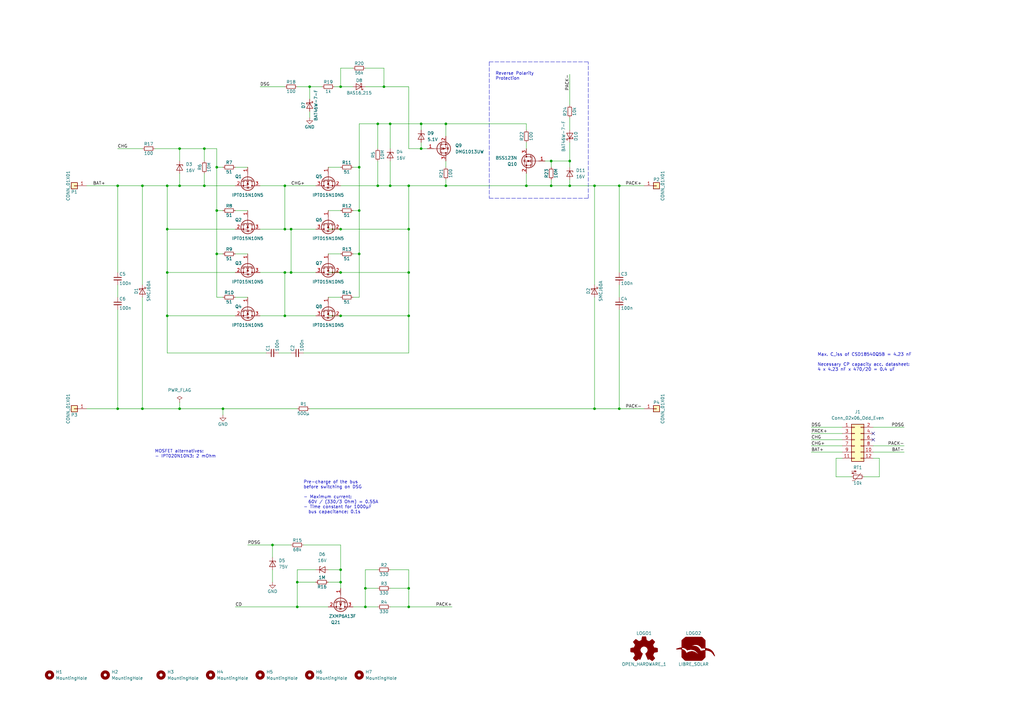
<source format=kicad_sch>
(kicad_sch (version 20211123) (generator eeschema)
  (paper "A3")
  (title_block (rev "0.2"))
  (lib_symbols
    (symbol "Connector_Generic:Conn_01x01" (pin_names (offset 1.016) hide)
      (property "Reference" "J" (at 0 2.54 0))
      (property "Value" "Conn_01x01" (at 0 -2.54 0))
      (symbol "Conn_01x01_1_1"
        (pin passive line (at -5.08 0 0) (length 3.81) (name "Pin_1") (number "1"))
      )
    )
    (symbol "Connector_Generic:Conn_02x06_Odd_Even" (pin_names (offset 1.016) hide)
      (property "Reference" "J" (at 1.27 7.62 0))
      (property "Value" "Conn_02x06_Odd_Even" (at 1.27 -10.16 0))
      (symbol "Conn_02x06_Odd_Even_1_1"
        (pin passive line (at -5.08 5.08 0) (length 3.81) (name "Pin_1") (number "1"))
        (pin passive line (at 7.62 -5.08 180) (length 3.81) (name "Pin_10") (number "10"))
        (pin passive line (at -5.08 -7.62 0) (length 3.81) (name "Pin_11") (number "11"))
        (pin passive line (at 7.62 -7.62 180) (length 3.81) (name "Pin_12") (number "12"))
        (pin passive line (at 7.62 5.08 180) (length 3.81) (name "Pin_2") (number "2"))
        (pin passive line (at -5.08 2.54 0) (length 3.81) (name "Pin_3") (number "3"))
        (pin passive line (at 7.62 2.54 180) (length 3.81) (name "Pin_4") (number "4"))
        (pin passive line (at -5.08 0 0) (length 3.81) (name "Pin_5") (number "5"))
        (pin passive line (at 7.62 0 180) (length 3.81) (name "Pin_6") (number "6"))
        (pin passive line (at -5.08 -2.54 0) (length 3.81) (name "Pin_7") (number "7"))
        (pin passive line (at 7.62 -2.54 180) (length 3.81) (name "Pin_8") (number "8"))
        (pin passive line (at -5.08 -5.08 0) (length 3.81) (name "Pin_9") (number "9"))
      )
    )
    (symbol "Device:Q_NMOS_GSD" (pin_names (offset 0) hide)
      (property "Reference" "Q" (at 5.08 1.27 0))
      (property "Value" "Q_NMOS_GSD" (at 5.08 -1.27 0))
      (symbol "Q_NMOS_GSD_1_1"
        (pin input line (at -5.08 0 0) (length 2.54) (name "G") (number "1"))
        (pin passive line (at 2.54 -5.08 90) (length 2.54) (name "S") (number "2"))
        (pin passive line (at 2.54 5.08 270) (length 2.54) (name "D") (number "3"))
      )
    )
    (symbol "Device:Q_PMOS_GSD" (pin_names (offset 0) hide)
      (property "Reference" "Q" (at 5.08 1.27 0))
      (property "Value" "Q_PMOS_GSD" (at 5.08 -1.27 0))
      (symbol "Q_PMOS_GSD_1_1"
        (pin input line (at -5.08 0 0) (length 2.54) (name "G") (number "1"))
        (pin passive line (at 2.54 -5.08 90) (length 2.54) (name "S") (number "2"))
        (pin passive line (at 2.54 5.08 270) (length 2.54) (name "D") (number "3"))
      )
    )
    (symbol "LibreSolar:C" (pin_numbers hide) (pin_names (offset 0.254) hide)
      (property "Reference" "C" (at 0.635 1.905 0))
      (property "Value" "C" (at 0.635 -1.905 0))
      (symbol "C_1_1"
        (pin passive line (at 0 2.54 270) (length 1.905) (name "~") (number "1"))
        (pin passive line (at 0 -2.54 90) (length 2.032) (name "~") (number "2"))
      )
    )
    (symbol "LibreSolar:D_Schottky" (pin_numbers hide) (pin_names (offset 0.254) hide)
      (property "Reference" "D" (at 0 2.54 0))
      (property "Value" "D_Schottky" (at 0 -2.54 0))
      (symbol "D_Schottky_1_1"
        (pin passive line (at -2.54 0 0) (length 1.27) (name "K") (number "1"))
        (pin passive line (at 2.54 0 180) (length 1.27) (name "A") (number "2"))
      )
    )
    (symbol "LibreSolar:D_Zener" (pin_numbers hide) (pin_names (offset 1.016) hide)
      (property "Reference" "D" (at 0 2.54 0))
      (property "Value" "D_Zener" (at 0 -2.54 0))
      (symbol "D_Zener_1_1"
        (pin passive line (at -2.54 0 0) (length 1.27) (name "K") (number "1"))
        (pin passive line (at 2.54 0 180) (length 1.27) (name "A") (number "2"))
      )
    )
    (symbol "LibreSolar:Logo_Libre_Solar" (pin_numbers hide) (pin_names (offset 1.016) hide)
      (property "Reference" "LOGO" (at 0 6.985 0))
      (property "Value" "Logo_Libre_Solar" (at 0 -5.715 0))
    )
    (symbol "LibreSolar:Logo_Open_Hardware_Small" (pin_names (offset 1.016)))
    (symbol "LibreSolar:R" (pin_numbers hide) (pin_names (offset 0.254) hide)
      (property "Reference" "R" (at -1.905 0 90))
      (property "Value" "R" (at 1.905 0 90))
      (symbol "R_1_1"
        (pin passive line (at 0 2.54 270) (length 0.762) (name "~") (number "1"))
        (pin passive line (at 0 -2.54 90) (length 0.762) (name "~") (number "2"))
      )
    )
    (symbol "LibreSolar:R_NTC" (pin_numbers hide) (pin_names (offset 0))
      (property "Reference" "RT" (at -3.81 0 90))
      (property "Value" "R_NTC" (at 2.54 0 90))
      (symbol "R_NTC_1_1"
        (pin passive line (at 0 2.54 270) (length 0.762) (name "~") (number "1"))
        (pin passive line (at 0 -2.54 90) (length 0.762) (name "~") (number "2"))
      )
    )
    (symbol "Mechanical:MountingHole" (pin_names (offset 1.016))
      (property "Reference" "H" (at 0 5.08 0))
      (property "Value" "MountingHole" (at 0 3.175 0))
    )
    (symbol "power:GND" (power) (pin_names (offset 0))
      (property "Value" "GND" (at 0 -3.81 0))
      (symbol "GND_1_1"
        (pin power_in line (at 0 0 270) (length 0) hide (name "GND") (number "1"))
      )
    )
    (symbol "power:PWR_FLAG" (power) (pin_numbers hide) (pin_names (offset 0) hide)
      (property "Value" "PWR_FLAG" (at 0 3.81 0))
      (symbol "PWR_FLAG_0_0"
        (pin power_out line (at 0 0 90) (length 0) (name "pwr") (number "1"))
      )
    )
  )
  (junction (at 182.88 76.2))
  (junction (at 147.32 68.58))
  (junction (at 116.84 76.2))
  (junction (at 167.64 129.54))
  (junction (at 88.9 104.14))
  (junction (at 73.66 60.96))
  (junction (at 182.88 50.8))
  (junction (at 139.7 93.98))
  (junction (at 119.38 93.98))
  (junction (at 154.94 50.8))
  (junction (at 73.66 167.64))
  (junction (at 83.82 60.96))
  (junction (at 139.7 233.68))
  (junction (at 73.66 76.2))
  (junction (at 167.64 248.92))
  (junction (at 157.48 35.56))
  (junction (at 226.06 66.04))
  (junction (at 233.68 76.2))
  (junction (at 172.72 60.96))
  (junction (at 48.26 76.2))
  (junction (at 91.44 167.64) (diameter 0.9144))
  (junction (at 215.9 76.2))
  (junction (at 116.84 129.54))
  (junction (at 58.42 167.64))
  (junction (at 243.84 76.2))
  (junction (at 116.84 111.76))
  (junction (at 111.76 223.52))
  (junction (at 48.26 167.64))
  (junction (at 233.68 66.04))
  (junction (at 147.32 86.36))
  (junction (at 243.84 167.64))
  (junction (at 254 76.2))
  (junction (at 68.58 76.2) (diameter 0.9144))
  (junction (at 139.7 111.76))
  (junction (at 167.64 93.98) (diameter 0.9144))
  (junction (at 226.06 76.2))
  (junction (at 154.94 76.2))
  (junction (at 167.64 111.76))
  (junction (at 83.82 76.2))
  (junction (at 160.02 50.8))
  (junction (at 88.9 86.36))
  (junction (at 119.38 111.76))
  (junction (at 139.7 238.76))
  (junction (at 139.7 129.54))
  (junction (at 116.84 93.98))
  (junction (at 68.58 93.98) (diameter 0.9144))
  (junction (at 172.72 50.8))
  (junction (at 160.02 76.2))
  (junction (at 149.86 248.92))
  (junction (at 139.7 35.56))
  (junction (at 68.58 111.76))
  (junction (at 254 167.64))
  (junction (at 149.86 241.3))
  (junction (at 121.92 248.92))
  (junction (at 121.92 238.76))
  (junction (at 167.64 241.3))
  (junction (at 167.64 76.2) (diameter 0.9144))
  (junction (at 127 35.56))
  (junction (at 58.42 76.2))
  (junction (at 68.58 129.54))
  (junction (at 147.32 104.14))
  (junction (at 88.9 68.58))
  (no_connect (at 358.14 180.34))
  (no_connect (at 358.14 177.8))
  (wire (pts (xy 182.88 50.8) (xy 182.88 55.88)))
  (wire (pts (xy 154.94 50.8) (xy 160.02 50.8)))
  (wire (pts (xy 73.66 60.96) (xy 83.82 60.96)))
  (wire (pts (xy 160.02 233.68) (xy 167.64 233.68)))
  (wire (pts (xy 149.86 27.94) (xy 157.48 27.94)))
  (wire (pts (xy 167.64 76.2) (xy 167.64 93.98)))
  (wire (pts (xy 167.64 248.92) (xy 185.42 248.92)))
  (wire (pts (xy 243.84 76.2) (xy 243.84 116.84)))
  (wire (pts (xy 332.74 180.34) (xy 345.44 180.34)))
  (wire (pts (xy 215.9 58.42) (xy 215.9 60.96)))
  (wire (pts (xy 111.76 223.52) (xy 119.38 223.52)))
  (wire (pts (xy 88.9 121.92) (xy 91.44 121.92)))
  (wire (pts (xy 119.38 93.98) (xy 129.54 93.98)))
  (wire (pts (xy 332.74 175.26) (xy 345.44 175.26)))
  (wire (pts (xy 68.58 93.98) (xy 68.58 111.76)))
  (wire (pts (xy 149.86 233.68) (xy 154.94 233.68)))
  (wire (pts (xy 83.82 76.2) (xy 96.52 76.2)))
  (wire (pts (xy 147.32 50.8) (xy 154.94 50.8)))
  (wire (pts (xy 139.7 27.94) (xy 139.7 35.56)))
  (wire (pts (xy 35.56 76.2) (xy 48.26 76.2)))
  (wire (pts (xy 182.88 50.8) (xy 215.9 50.8)))
  (wire (pts (xy 116.84 76.2) (xy 129.54 76.2)))
  (wire (pts (xy 358.14 185.42) (xy 370.84 185.42)))
  (wire (pts (xy 73.66 76.2) (xy 83.82 76.2)))
  (wire (pts (xy 358.14 187.96) (xy 360.68 187.96)))
  (wire (pts (xy 88.9 86.36) (xy 88.9 104.14)))
  (wire (pts (xy 358.14 182.88) (xy 370.84 182.88)))
  (wire (pts (xy 167.64 93.98) (xy 167.64 111.76)))
  (wire (pts (xy 73.66 60.96) (xy 73.66 66.04)))
  (wire (pts (xy 48.26 60.96) (xy 58.42 60.96)))
  (wire (pts (xy 109.22 144.78) (xy 68.58 144.78)))
  (wire (pts (xy 101.6 223.52) (xy 111.76 223.52)))
  (wire (pts (xy 88.9 68.58) (xy 91.44 68.58)))
  (wire (pts (xy 139.7 233.68) (xy 139.7 238.76)))
  (wire (pts (xy 58.42 76.2) (xy 58.42 116.84)))
  (wire (pts (xy 147.32 104.14) (xy 147.32 121.92)))
  (wire (pts (xy 134.62 129.54) (xy 139.7 129.54)))
  (wire (pts (xy 167.64 111.76) (xy 167.64 129.54)))
  (wire (pts (xy 167.64 129.54) (xy 167.64 144.78)))
  (wire (pts (xy 160.02 50.8) (xy 160.02 60.96)))
  (wire (pts (xy 154.94 66.04) (xy 154.94 76.2)))
  (wire (pts (xy 96.52 86.36) (xy 101.6 86.36)))
  (wire (pts (xy 233.68 73.66) (xy 233.68 76.2)))
  (wire (pts (xy 116.84 111.76) (xy 116.84 129.54)))
  (wire (pts (xy 127 35.56) (xy 132.08 35.56)))
  (wire (pts (xy 68.58 111.76) (xy 68.58 129.54)))
  (wire (pts (xy 139.7 111.76) (xy 167.64 111.76)))
  (wire (pts (xy 116.84 76.2) (xy 116.84 93.98)))
  (wire (pts (xy 226.06 73.66) (xy 226.06 76.2)))
  (wire (pts (xy 332.74 182.88) (xy 345.44 182.88)))
  (wire (pts (xy 332.74 185.42) (xy 345.44 185.42)))
  (wire (pts (xy 167.64 76.2) (xy 182.88 76.2)))
  (wire (pts (xy 149.86 35.56) (xy 157.48 35.56)))
  (wire (pts (xy 68.58 93.98) (xy 96.52 93.98)))
  (wire (pts (xy 119.38 111.76) (xy 129.54 111.76)))
  (wire (pts (xy 144.78 27.94) (xy 139.7 27.94)))
  (wire (pts (xy 139.7 223.52) (xy 124.46 223.52)))
  (wire (pts (xy 83.82 60.96) (xy 83.82 66.04)))
  (wire (pts (xy 233.68 48.26) (xy 233.68 53.34)))
  (wire (pts (xy 149.86 248.92) (xy 149.86 241.3)))
  (wire (pts (xy 137.16 35.56) (xy 139.7 35.56)))
  (wire (pts (xy 144.78 86.36) (xy 147.32 86.36)))
  (wire (pts (xy 68.58 76.2) (xy 68.58 93.98)))
  (wire (pts (xy 360.68 195.58) (xy 360.68 187.96)))
  (wire (pts (xy 167.64 60.96) (xy 172.72 60.96)))
  (wire (pts (xy 226.06 66.04) (xy 233.68 66.04)))
  (wire (pts (xy 106.68 35.56) (xy 116.84 35.56)))
  (wire (pts (xy 73.66 167.64) (xy 91.44 167.64)))
  (wire (pts (xy 254 76.2) (xy 264.16 76.2)))
  (wire (pts (xy 129.54 233.68) (xy 121.92 233.68)))
  (wire (pts (xy 68.58 76.2) (xy 73.66 76.2)))
  (wire (pts (xy 182.88 76.2) (xy 215.9 76.2)))
  (wire (pts (xy 233.68 58.42) (xy 233.68 66.04)))
  (wire (pts (xy 160.02 76.2) (xy 167.64 76.2)))
  (wire (pts (xy 167.64 35.56) (xy 157.48 35.56)))
  (wire (pts (xy 139.7 238.76) (xy 134.62 238.76)))
  (wire (pts (xy 106.68 93.98) (xy 116.84 93.98)))
  (wire (pts (xy 149.86 233.68) (xy 149.86 241.3)))
  (wire (pts (xy 91.44 167.64) (xy 121.92 167.64)))
  (wire (pts (xy 116.84 129.54) (xy 129.54 129.54)))
  (wire (pts (xy 149.86 248.92) (xy 154.94 248.92)))
  (wire (pts (xy 139.7 241.3) (xy 139.7 238.76)))
  (wire (pts (xy 243.84 167.64) (xy 254 167.64)))
  (wire (pts (xy 106.68 76.2) (xy 116.84 76.2)))
  (wire (pts (xy 48.26 76.2) (xy 58.42 76.2)))
  (wire (pts (xy 139.7 129.54) (xy 167.64 129.54)))
  (wire (pts (xy 147.32 68.58) (xy 147.32 86.36)))
  (wire (pts (xy 134.62 86.36) (xy 139.7 86.36)))
  (wire (pts (xy 119.38 111.76) (xy 119.38 93.98)))
  (wire (pts (xy 172.72 60.96) (xy 175.26 60.96)))
  (wire (pts (xy 149.86 241.3) (xy 154.94 241.3)))
  (wire (pts (xy 91.44 86.36) (xy 88.9 86.36)))
  (wire (pts (xy 254 127) (xy 254 167.64)))
  (wire (pts (xy 48.26 127) (xy 48.26 167.64)))
  (wire (pts (xy 243.84 76.2) (xy 254 76.2)))
  (wire (pts (xy 73.66 71.12) (xy 73.66 76.2)))
  (wire (pts (xy 172.72 50.8) (xy 160.02 50.8)))
  (wire (pts (xy 358.14 175.26) (xy 370.84 175.26)))
  (wire (pts (xy 342.9 187.96) (xy 345.44 187.96)))
  (wire (pts (xy 144.78 121.92) (xy 147.32 121.92)))
  (wire (pts (xy 121.92 233.68) (xy 121.92 238.76)))
  (wire (pts (xy 127 35.56) (xy 127 40.64)))
  (wire (pts (xy 106.68 111.76) (xy 116.84 111.76)))
  (wire (pts (xy 215.9 71.12) (xy 215.9 76.2)))
  (wire (pts (xy 124.46 144.78) (xy 167.64 144.78)))
  (wire (pts (xy 127 167.64) (xy 243.84 167.64)))
  (wire (pts (xy 83.82 60.96) (xy 88.9 60.96)))
  (wire (pts (xy 139.7 35.56) (xy 144.78 35.56)))
  (wire (pts (xy 172.72 58.42) (xy 172.72 60.96)))
  (wire (pts (xy 154.94 76.2) (xy 160.02 76.2)))
  (wire (pts (xy 157.48 27.94) (xy 157.48 35.56)))
  (wire (pts (xy 254 116.84) (xy 254 121.92)))
  (wire (pts (xy 134.62 111.76) (xy 139.7 111.76)))
  (wire (pts (xy 349.25 195.58) (xy 342.9 195.58)))
  (polyline (pts (xy 241.3 81.28) (xy 241.3 25.4)))
  (wire (pts (xy 160.02 241.3) (xy 167.64 241.3)))
  (wire (pts (xy 88.9 104.14) (xy 91.44 104.14)))
  (wire (pts (xy 226.06 66.04) (xy 226.06 68.58)))
  (wire (pts (xy 88.9 60.96) (xy 88.9 68.58)))
  (wire (pts (xy 147.32 50.8) (xy 147.32 68.58)))
  (wire (pts (xy 96.52 68.58) (xy 101.6 68.58)))
  (wire (pts (xy 91.44 170.18) (xy 91.44 167.64)))
  (wire (pts (xy 111.76 233.68) (xy 111.76 238.76)))
  (wire (pts (xy 226.06 76.2) (xy 233.68 76.2)))
  (wire (pts (xy 147.32 86.36) (xy 147.32 104.14)))
  (wire (pts (xy 48.26 167.64) (xy 58.42 167.64)))
  (wire (pts (xy 83.82 71.12) (xy 83.82 76.2)))
  (wire (pts (xy 342.9 195.58) (xy 342.9 187.96)))
  (wire (pts (xy 233.68 68.58) (xy 233.68 66.04)))
  (wire (pts (xy 215.9 76.2) (xy 226.06 76.2)))
  (wire (pts (xy 121.92 35.56) (xy 127 35.56)))
  (wire (pts (xy 332.74 177.8) (xy 345.44 177.8)))
  (wire (pts (xy 160.02 66.04) (xy 160.02 76.2)))
  (wire (pts (xy 58.42 167.64) (xy 73.66 167.64)))
  (wire (pts (xy 172.72 50.8) (xy 182.88 50.8)))
  (wire (pts (xy 111.76 223.52) (xy 111.76 228.6)))
  (polyline (pts (xy 200.66 81.28) (xy 241.3 81.28)))
  (wire (pts (xy 243.84 121.92) (xy 243.84 167.64)))
  (wire (pts (xy 68.58 129.54) (xy 96.52 129.54)))
  (wire (pts (xy 63.5 60.96) (xy 73.66 60.96)))
  (wire (pts (xy 96.52 248.92) (xy 121.92 248.92)))
  (wire (pts (xy 96.52 104.14) (xy 101.6 104.14)))
  (wire (pts (xy 144.78 248.92) (xy 149.86 248.92)))
  (wire (pts (xy 167.64 241.3) (xy 167.64 248.92)))
  (wire (pts (xy 88.9 104.14) (xy 88.9 121.92)))
  (wire (pts (xy 233.68 30.48) (xy 233.68 43.18)))
  (wire (pts (xy 96.52 121.92) (xy 101.6 121.92)))
  (wire (pts (xy 144.78 104.14) (xy 147.32 104.14)))
  (wire (pts (xy 121.92 238.76) (xy 121.92 248.92)))
  (wire (pts (xy 223.52 66.04) (xy 226.06 66.04)))
  (wire (pts (xy 106.68 129.54) (xy 116.84 129.54)))
  (wire (pts (xy 73.66 165.1) (xy 73.66 167.64)))
  (wire (pts (xy 167.64 233.68) (xy 167.64 241.3)))
  (wire (pts (xy 160.02 248.92) (xy 167.64 248.92)))
  (wire (pts (xy 134.62 248.92) (xy 121.92 248.92)))
  (wire (pts (xy 134.62 93.98) (xy 139.7 93.98)))
  (wire (pts (xy 139.7 233.68) (xy 139.7 223.52)))
  (wire (pts (xy 354.33 195.58) (xy 360.68 195.58)))
  (wire (pts (xy 134.62 233.68) (xy 139.7 233.68)))
  (wire (pts (xy 182.88 66.04) (xy 182.88 68.58)))
  (wire (pts (xy 88.9 86.36) (xy 88.9 68.58)))
  (wire (pts (xy 35.56 167.64) (xy 48.26 167.64)))
  (wire (pts (xy 167.64 60.96) (xy 167.64 35.56)))
  (wire (pts (xy 172.72 50.8) (xy 172.72 53.34)))
  (wire (pts (xy 182.88 73.66) (xy 182.88 76.2)))
  (wire (pts (xy 134.62 68.58) (xy 139.7 68.58)))
  (wire (pts (xy 129.54 238.76) (xy 121.92 238.76)))
  (wire (pts (xy 254 167.64) (xy 264.16 167.64)))
  (polyline (pts (xy 200.66 25.4) (xy 241.3 25.4)))
  (wire (pts (xy 134.62 121.92) (xy 139.7 121.92)))
  (wire (pts (xy 134.62 104.14) (xy 139.7 104.14)))
  (wire (pts (xy 233.68 76.2) (xy 243.84 76.2)))
  (wire (pts (xy 116.84 93.98) (xy 119.38 93.98)))
  (wire (pts (xy 48.26 76.2) (xy 48.26 111.76)))
  (wire (pts (xy 254 76.2) (xy 254 111.76)))
  (wire (pts (xy 48.26 116.84) (xy 48.26 121.92)))
  (wire (pts (xy 127 45.72) (xy 127 48.26)))
  (wire (pts (xy 68.58 144.78) (xy 68.58 129.54)))
  (wire (pts (xy 58.42 76.2) (xy 68.58 76.2)))
  (wire (pts (xy 116.84 111.76) (xy 119.38 111.76)))
  (wire (pts (xy 119.38 144.78) (xy 114.3 144.78)))
  (wire (pts (xy 144.78 68.58) (xy 147.32 68.58)))
  (polyline (pts (xy 200.66 25.4) (xy 200.66 81.28)))
  (wire (pts (xy 154.94 50.8) (xy 154.94 60.96)))
  (wire (pts (xy 58.42 121.92) (xy 58.42 167.64)))
  (wire (pts (xy 139.7 76.2) (xy 154.94 76.2)))
  (wire (pts (xy 215.9 53.34) (xy 215.9 50.8)))
  (wire (pts (xy 139.7 93.98) (xy 167.64 93.98)))
  (wire (pts (xy 68.58 111.76) (xy 96.52 111.76)))
  (text "Reverse Polarity\nProtection" (at 203.2 33.02 0) (effects (font (size 1.27 1.27)) (justify left bottom)))
  (text "MOSFET alternatives:\n- IPT020N10N3: 2 mOhm\n" (at 63.5 187.96 0) (effects (font (size 1.27 1.27)) (justify left bottom)))
  (text "Max. C_iss of CSD18540Q5B = 4.23 nF\n\nNecessary CP capacity acc. datasheet:\n4 x 4.23 nF x 470/20 = 0.4 uF" (at 335.28 152.4 0) (effects (font (size 1.27 1.27)) (justify left bottom)))
  (text "Pre-charge of the bus\nbefore switching on DSG\n\n- Maximum current:\n  60V / (330/3 Ohm) = 0.55A\n- Time constant for 1000µF\n  bus capacitance: 0.1s" (at 124.46 210.82 0) (effects (font (size 1.27 1.27)) (justify left bottom)))
  (label "PACK-" (at 233.68 30.48 270))
  (label "PACK-" (at 370.84 182.88 180))
  (label "PDSG" (at 370.84 175.26 180))
  (label "CHG+" (at 119.38 76.2 0))
  (label "PACK+" (at 185.42 248.92 180))
  (label "PACK+" (at 332.74 177.8 0))
  (label "CHG" (at 332.74 180.34 0))
  (label "PDSG" (at 101.6 223.52 0))
  (label "CD" (at 96.52 248.92 0))
  (label "BAT+" (at 38.1 76.2 0))
  (label "BAT+" (at 332.74 185.42 0))
  (label "CHG" (at 48.26 60.96 0))
  (label "BAT-" (at 370.84 185.42 180))
  (label "DSG" (at 332.74 175.26 0))
  (label "DSG" (at 106.68 35.56 0))
  (label "CHG+" (at 332.74 182.88 0))
  (label "PACK+" (at 256.54 76.2 0))
  (label "PACK-" (at 256.54 167.64 0))
  (symbol (lib_id "LibreSolar:Logo_Libre_Solar") (at 284.48 266.7 0) (unit 1)
    (property "Reference" "LOGO2" (at 284.48 259.715 0))
    (property "Value" "LIBRE_SOLAR" (at 284.48 272.415 0))
    (property "Footprint" "LibreSolar:LIBRESOLAR_LOGO" (effects hide))
  )
  (symbol (lib_id "LibreSolar:Logo_Open_Hardware_Small") (at 264.16 266.7 0) (unit 1)
    (property "Reference" "LOGO1" (at 264.16 259.715 0))
    (property "Value" "OPEN_HARDWARE_1" (at 264.16 272.415 0))
    (property "Footprint" "Symbol:OSHW-Logo_5.7x6mm_SilkScreen" (effects hide))
  )
  (symbol (lib_id "LibreSolar:R_NTC") (at 351.79 195.58 270) (unit 1)
    (property "Reference" "RT1" (at 351.79 191.77 90))
    (property "Value" "10k" (at 351.79 198.12 90))
    (property "Footprint" "LibreSolar:R_0603_1608" (effects hide))
    (property "Manufacturer" "TDK" (effects hide))
    (property "PartNumber" "NTCG163JF103FT1S" (effects hide))
  )
  (symbol (lib_id "Connector_Generic:Conn_01x01") (at 269.24 76.2 0) (unit 1)
    (property "Reference" "P2" (at 269.24 73.66 0))
    (property "Value" "CONN_01X01" (at 271.78 76.2 90))
    (property "Footprint" "LibreSolar:Busbar_100A_Wide" (effects hide))
    (property "Manufacturer" "Wuerth" (effects hide))
    (property "PartNumber" "74650195" (effects hide))
  )
  (symbol (lib_id "Connector_Generic:Conn_01x01") (at 30.48 76.2 180) (unit 1)
    (property "Reference" "P1" (at 30.48 78.74 0))
    (property "Value" "CONN_01X01" (at 27.94 76.2 90))
    (property "Footprint" "LibreSolar:Busbar_100A_Wide" (effects hide))
    (property "Manufacturer" "Wuerth" (effects hide))
    (property "PartNumber" "74650195" (effects hide))
  )
  (symbol (lib_id "LibreSolar:R") (at 124.46 167.64 90) (mirror x) (unit 1)
    (property "Reference" "R1" (at 124.46 165.735 90))
    (property "Value" "500µ" (at 124.46 169.545 90))
    (property "Footprint" "LibreSolar:R_Shunt_3920" (effects hide))
    (property "Datasheet" "https://www.mouser.de/datasheet/2/219/PSJ2-1128942.pdf" (effects hide))
    (property "Manufacturer" "KOA Speer" (effects hide))
    (property "PartNumber" "PSJ2NTEBL500F" (effects hide))
    (property "Alternative" "Bourns CSS2H-3920R-L500F" (effects hide))
  )
  (symbol (lib_id "LibreSolar:D_Schottky") (at 58.42 119.38 90) (mirror x) (unit 1)
    (property "Reference" "D1" (at 55.88 119.38 0))
    (property "Value" "SMCJ60A" (at 60.96 119.38 0))
    (property "Footprint" "LibreSolar:D_SMC" (effects hide))
    (property "Manufacturer" "Bourns" (effects hide))
    (property "PartNumber" "SMCJ60A" (effects hide))
    (property "Alternative" "Diodes Inc. SMCJ60A-13-F" (effects hide))
  )
  (symbol (lib_id "LibreSolar:D_Schottky") (at 243.84 119.38 90) (mirror x) (unit 1)
    (property "Reference" "D2" (at 241.3 119.38 0))
    (property "Value" "SMCJ60A" (at 246.38 119.38 0))
    (property "Footprint" "LibreSolar:D_SMC" (effects hide))
    (property "Manufacturer" "Bourns" (effects hide))
    (property "PartNumber" "SMCJ60A" (effects hide))
    (property "Alternative" "Diodes Inc. SMCJ60A-13-F" (effects hide))
  )
  (symbol (lib_id "LibreSolar:C") (at 254 114.3 0) (unit 1)
    (property "Reference" "C3" (at 254.635 112.395 0) (effects (justify left)))
    (property "Value" "100n" (at 254.635 116.205 0) (effects (justify left)))
    (property "Footprint" "LibreSolar:C_0603_1608" (effects hide))
    (property "Manufacturer" "Yageo" (effects hide))
    (property "PartNumber" "CC0603KRX7R9BB104" (effects hide))
  )
  (symbol (lib_id "LibreSolar:C") (at 254 124.46 0) (unit 1)
    (property "Reference" "C4" (at 254.635 122.555 0) (effects (justify left)))
    (property "Value" "100n" (at 254.635 126.365 0) (effects (justify left)))
    (property "Footprint" "LibreSolar:C_0603_1608" (effects hide))
    (property "Manufacturer" "Yageo" (effects hide))
    (property "PartNumber" "CC0603KRX7R9BB104" (effects hide))
  )
  (symbol (lib_id "LibreSolar:C") (at 111.76 144.78 90) (unit 1)
    (property "Reference" "C1" (at 109.855 144.145 0) (effects (justify left)))
    (property "Value" "100n" (at 113.665 144.145 0) (effects (justify left)))
    (property "Footprint" "LibreSolar:C_0603_1608" (effects hide))
    (property "Manufacturer" "Yageo" (effects hide))
    (property "PartNumber" "CC0603KRX7R9BB104" (effects hide))
  )
  (symbol (lib_id "LibreSolar:C") (at 121.92 144.78 90) (unit 1)
    (property "Reference" "C2" (at 120.015 144.145 0) (effects (justify left)))
    (property "Value" "100n" (at 123.825 144.145 0) (effects (justify left)))
    (property "Footprint" "LibreSolar:C_0603_1608" (effects hide))
    (property "Manufacturer" "Yageo" (effects hide))
    (property "PartNumber" "CC0603KRX7R9BB104" (effects hide))
  )
  (symbol (lib_id "Device:Q_PMOS_GSD") (at 139.7 246.38 270) (unit 1)
    (property "Reference" "Q21" (at 139.7 255.27 90) (effects (justify right)))
    (property "Value" "ZXMP6A13F" (at 146.05 252.73 90) (effects (justify right)))
    (property "Footprint" "LibreSolar:SOT-23" (effects hide))
    (property "Manufacturer" "Diodes Incorporated" (effects hide))
    (property "PartNumber" "ZXMP6A13FTA" (effects hide))
    (property "Remarks" "-60V" (effects hide))
  )
  (symbol (lib_id "LibreSolar:R") (at 157.48 233.68 270) (unit 1)
    (property "Reference" "R2" (at 157.48 231.775 90))
    (property "Value" "330" (at 157.48 235.585 90))
    (property "Footprint" "LibreSolar:R_2010_5025" (effects hide))
    (property "Manufacturer" "Yageo" (effects hide))
    (property "PartNumber" "RC2010JK-07330RL" (effects hide))
  )
  (symbol (lib_id "LibreSolar:R") (at 157.48 241.3 270) (unit 1)
    (property "Reference" "R3" (at 157.48 239.395 90))
    (property "Value" "330" (at 157.48 243.205 90))
    (property "Footprint" "LibreSolar:R_2010_5025" (effects hide))
    (property "Manufacturer" "Yageo" (effects hide))
    (property "PartNumber" "RC2010JK-07330RL" (effects hide))
  )
  (symbol (lib_id "LibreSolar:R") (at 157.48 248.92 270) (unit 1)
    (property "Reference" "R4" (at 157.48 247.015 90))
    (property "Value" "330" (at 157.48 250.825 90))
    (property "Footprint" "LibreSolar:R_2010_5025" (effects hide))
    (property "Manufacturer" "Yageo" (effects hide))
    (property "PartNumber" "RC2010JK-07330RL" (effects hide))
  )
  (symbol (lib_id "LibreSolar:R") (at 83.82 68.58 0) (unit 1)
    (property "Reference" "R6" (at 81.915 68.58 90))
    (property "Value" "10M" (at 85.725 68.58 90))
    (property "Footprint" "LibreSolar:R_0603_1608" (effects hide))
    (property "Manufacturer" "Yageo" (effects hide))
    (property "PartNumber" "RC0603FR-071ML" (effects hide))
  )
  (symbol (lib_id "LibreSolar:R") (at 154.94 63.5 0) (unit 1)
    (property "Reference" "R5" (at 153.035 63.5 90))
    (property "Value" "10M" (at 156.845 63.5 90))
    (property "Footprint" "LibreSolar:R_0603_1608" (effects hide))
    (property "Manufacturer" "Yageo" (effects hide))
    (property "PartNumber" "RC0603FR-071ML" (effects hide))
  )
  (symbol (lib_id "power:GND") (at 91.44 170.18 0) (unit 1)
    (property "Reference" "#PWR01" (effects hide))
    (property "Value" "GND" (at 91.44 173.99 0))
  )
  (symbol (lib_id "Connector_Generic:Conn_01x01") (at 269.24 167.64 0) (unit 1)
    (property "Reference" "P4" (at 269.24 165.1 0))
    (property "Value" "CONN_01X01" (at 271.78 167.64 90))
    (property "Footprint" "LibreSolar:Busbar_100A_Short" (effects hide))
    (property "Manufacturer" "Wuerth" (effects hide))
    (property "PartNumber" "74650195" (effects hide))
  )
  (symbol (lib_id "power:PWR_FLAG") (at 73.66 165.1 0) (unit 1)
    (property "Reference" "#FLG0101" (effects hide))
    (property "Value" "PWR_FLAG" (at 73.66 160.02 0))
  )
  (symbol (lib_id "Mechanical:MountingHole") (at 127 276.86 0) (unit 1)
    (property "Reference" "H6" (at 129.54 275.5899 0) (effects (justify left)))
    (property "Value" "MountingHole" (at 129.54 278.1299 0) (effects (justify left)))
    (property "Footprint" "MountingHole:MountingHole_3.2mm_M3_ISO7380_Pad" (effects hide))
  )
  (symbol (lib_id "LibreSolar:R") (at 233.68 45.72 0) (unit 1)
    (property "Reference" "R24" (at 231.775 45.72 90))
    (property "Value" "10k" (at 235.585 45.72 90))
    (property "Footprint" "LibreSolar:R_0603_1608" (effects hide))
    (property "Manufacturer" "Yageo" (effects hide))
    (property "PartNumber" "RC0603FR-071ML" (effects hide))
  )
  (symbol (lib_id "Device:Q_NMOS_GSD") (at 101.6 127 270) (unit 1)
    (property "Reference" "Q4" (at 97.79 125.73 90))
    (property "Value" "IPT015N10N5" (at 101.6 133.35 90))
    (property "Footprint" "Package_TO_SOT_SMD:Infineon_PG-HSOF-8-1_ThermalVias" (effects hide))
  )
  (symbol (lib_id "Mechanical:MountingHole") (at 66.04 276.86 0) (unit 1)
    (property "Reference" "H3" (at 68.58 275.5899 0) (effects (justify left)))
    (property "Value" "MountingHole" (at 68.58 278.1299 0) (effects (justify left)))
    (property "Footprint" "MountingHole:MountingHole_3.2mm_M3_ISO7380_Pad" (effects hide))
  )
  (symbol (lib_id "LibreSolar:R") (at 132.08 238.76 90) (unit 1)
    (property "Reference" "R16" (at 132.08 240.665 90))
    (property "Value" "1M" (at 132.08 236.855 90))
    (property "Footprint" "LibreSolar:R_0603_1608" (effects hide))
    (property "Manufacturer" "Yageo" (effects hide))
    (property "PartNumber" "RC0603FR-071ML" (effects hide))
  )
  (symbol (lib_id "Connector_Generic:Conn_02x06_Odd_Even") (at 350.52 180.34 0) (unit 1)
    (property "Reference" "J1" (at 351.79 168.91 0))
    (property "Value" "Conn_02x06_Odd_Even" (at 351.79 171.45 0))
    (property "Footprint" "Connector_PinHeader_2.54mm:PinHeader_2x06_P2.54mm_Vertical_SMD" (effects hide))
  )
  (symbol (lib_id "Device:Q_NMOS_GSD") (at 101.6 91.44 270) (unit 1)
    (property "Reference" "Q2" (at 97.79 90.17 90))
    (property "Value" "IPT015N10N5" (at 101.6 97.79 90))
    (property "Footprint" "Package_TO_SOT_SMD:Infineon_PG-HSOF-8-1_ThermalVias" (effects hide))
  )
  (symbol (lib_id "Device:Q_PMOS_GSD") (at 180.34 60.96 0) (mirror x) (unit 1)
    (property "Reference" "Q9" (at 186.69 59.6899 0) (effects (justify left)))
    (property "Value" "DMG1013UW" (at 186.69 62.2299 0) (effects (justify left)))
    (property "Footprint" "Package_TO_SOT_SMD:SOT-323_SC-70" (effects hide))
  )
  (symbol (lib_id "Device:Q_NMOS_GSD") (at 101.6 109.22 270) (unit 1)
    (property "Reference" "Q3" (at 97.79 107.95 90))
    (property "Value" "IPT015N10N5" (at 101.6 115.57 90))
    (property "Footprint" "Package_TO_SOT_SMD:Infineon_PG-HSOF-8-1_ThermalVias" (effects hide))
  )
  (symbol (lib_id "LibreSolar:R") (at 119.38 35.56 90) (mirror x) (unit 1)
    (property "Reference" "R18" (at 119.38 33.655 90))
    (property "Value" "100" (at 119.38 37.465 90))
    (property "Footprint" "LibreSolar:R_0603_1608" (effects hide))
    (property "Manufacturer" "any" (effects hide))
  )
  (symbol (lib_id "Connector_Generic:Conn_01x01") (at 30.48 167.64 180) (unit 1)
    (property "Reference" "P3" (at 30.48 170.18 0))
    (property "Value" "CONN_01X01" (at 27.94 167.64 90))
    (property "Footprint" "LibreSolar:Busbar_100A_Short" (effects hide))
    (property "Manufacturer" "Wuerth" (effects hide))
    (property "PartNumber" "74650195" (effects hide))
  )
  (symbol (lib_id "LibreSolar:D_Zener") (at 132.08 233.68 0) (unit 1)
    (property "Reference" "D6" (at 132.1308 227.33 0))
    (property "Value" "16V" (at 132.1308 229.87 0))
    (property "Footprint" "LibreSolar:D_SOD-123" (effects hide))
    (property "Datasheet" "https://www.mouser.de/datasheet/2/115/DIOD_S_A0003550771_1-2542306.pdf" (effects hide))
    (property "Manufacturer" "Diodes Incorporated" (effects hide))
    (property "PartNumber" "MMSZ5246B-7-F" (effects hide))
  )
  (symbol (lib_id "power:GND") (at 127 48.26 0) (unit 1)
    (property "Reference" "#PWR02" (effects hide))
    (property "Value" "GND" (at 127 52.07 0))
  )
  (symbol (lib_id "LibreSolar:C") (at 48.26 124.46 0) (unit 1)
    (property "Reference" "C6" (at 48.895 122.555 0) (effects (justify left)))
    (property "Value" "100n" (at 48.895 126.365 0) (effects (justify left)))
    (property "Footprint" "LibreSolar:C_0603_1608" (effects hide))
    (property "Manufacturer" "Yageo" (effects hide))
    (property "PartNumber" "CC0603KRX7R9BB104" (effects hide))
  )
  (symbol (lib_id "LibreSolar:R") (at 93.98 104.14 90) (mirror x) (unit 1)
    (property "Reference" "R9" (at 93.98 102.235 90))
    (property "Value" "51" (at 93.98 106.045 90))
    (property "Footprint" "LibreSolar:R_0603_1608" (effects hide))
    (property "Manufacturer" "any" (effects hide))
  )
  (symbol (lib_id "LibreSolar:D_Schottky") (at 127 43.18 90) (mirror x) (unit 1)
    (property "Reference" "D7" (at 124.46 43.18 0))
    (property "Value" "BAT46W-7-F" (at 129.54 43.18 0))
    (property "Footprint" "LibreSolar:D_SOD-123" (effects hide))
    (property "Manufacturer" "Diodes Incorporated" (effects hide))
    (property "PartNumber" "BAT46W-7-F" (effects hide))
  )
  (symbol (lib_id "LibreSolar:R") (at 142.24 68.58 90) (mirror x) (unit 1)
    (property "Reference" "R11" (at 142.24 66.675 90))
    (property "Value" "51" (at 142.24 70.485 90))
    (property "Footprint" "LibreSolar:R_0603_1608" (effects hide))
    (property "Manufacturer" "any" (effects hide))
  )
  (symbol (lib_id "LibreSolar:R") (at 60.96 60.96 90) (mirror x) (unit 1)
    (property "Reference" "R17" (at 60.96 59.055 90))
    (property "Value" "100" (at 60.96 62.865 90))
    (property "Footprint" "LibreSolar:R_0603_1608" (effects hide))
    (property "Manufacturer" "any" (effects hide))
  )
  (symbol (lib_id "LibreSolar:D_Zener") (at 160.02 63.5 270) (unit 1)
    (property "Reference" "D4" (at 162.56 62.2807 90) (effects (justify left)))
    (property "Value" "16V" (at 162.56 64.8207 90) (effects (justify left)))
    (property "Footprint" "LibreSolar:D_SOD-123" (effects hide))
    (property "Datasheet" "https://www.mouser.de/datasheet/2/115/DIOD_S_A0003550771_1-2542306.pdf" (effects hide))
    (property "Manufacturer" "Diodes Incorporated" (effects hide))
    (property "PartNumber" "MMSZ5246B-7-F" (effects hide))
  )
  (symbol (lib_id "LibreSolar:D_Schottky") (at 233.68 55.88 270) (mirror x) (unit 1)
    (property "Reference" "D10" (at 236.22 55.88 0))
    (property "Value" "BAT46W-7-F" (at 231.14 55.88 0))
    (property "Footprint" "LibreSolar:D_SOD-123" (effects hide))
    (property "Manufacturer" "Diodes Incorporated" (effects hide))
    (property "PartNumber" "BAT46W-7-F" (effects hide))
  )
  (symbol (lib_id "LibreSolar:D_Zener") (at 111.76 231.14 270) (unit 1)
    (property "Reference" "D5" (at 114.3 229.9207 90) (effects (justify left)))
    (property "Value" "75V" (at 114.3 232.4607 90) (effects (justify left)))
    (property "Footprint" "LibreSolar:D_SOD-123" (effects hide))
    (property "Datasheet" "https://www.mouser.de/datasheet/2/115/DIOD_S_A0003550771_1-2542306.pdf" (effects hide))
    (property "Manufacturer" "Diodes Incorporated" (effects hide))
    (property "PartNumber" "MMSZ5267BT1G" (effects hide))
  )
  (symbol (lib_id "Mechanical:MountingHole") (at 147.32 276.86 0) (unit 1)
    (property "Reference" "H7" (at 149.86 275.5899 0) (effects (justify left)))
    (property "Value" "MountingHole" (at 149.86 278.1299 0) (effects (justify left)))
    (property "Footprint" "MountingHole:MountingHole_3.2mm_M3_ISO7380_Pad" (effects hide))
  )
  (symbol (lib_id "Device:Q_NMOS_GSD") (at 134.62 127 90) (mirror x) (unit 1)
    (property "Reference" "Q8" (at 130.81 125.73 90))
    (property "Value" "IPT015N10N5" (at 134.62 133.35 90))
    (property "Footprint" "Package_TO_SOT_SMD:Infineon_PG-HSOF-8-1_ThermalVias" (effects hide))
  )
  (symbol (lib_id "Device:Q_NMOS_GSD") (at 218.44 66.04 0) (mirror y) (unit 1)
    (property "Reference" "Q10" (at 212.09 67.3101 0) (effects (justify left)))
    (property "Value" "BSS123N" (at 212.09 64.7701 0) (effects (justify left)))
    (property "Footprint" "Package_TO_SOT_SMD:SOT-23" (effects hide))
  )
  (symbol (lib_id "Device:Q_NMOS_GSD") (at 101.6 73.66 270) (unit 1)
    (property "Reference" "Q1" (at 97.79 72.39 90))
    (property "Value" "IPT015N10N5" (at 101.6 80.01 90))
    (property "Footprint" "Package_TO_SOT_SMD:Infineon_PG-HSOF-8-1_ThermalVias" (effects hide))
  )
  (symbol (lib_id "LibreSolar:R") (at 93.98 86.36 90) (mirror x) (unit 1)
    (property "Reference" "R8" (at 93.98 84.455 90))
    (property "Value" "51" (at 93.98 88.265 90))
    (property "Footprint" "LibreSolar:R_0603_1608" (effects hide))
    (property "Manufacturer" "any" (effects hide))
  )
  (symbol (lib_id "LibreSolar:R") (at 226.06 71.12 0) (unit 1)
    (property "Reference" "R23" (at 224.155 71.12 90))
    (property "Value" "10M" (at 227.965 71.12 90))
    (property "Footprint" "LibreSolar:R_0603_1608" (effects hide))
    (property "Manufacturer" "Yageo" (effects hide))
    (property "PartNumber" "RC0603FR-071ML" (effects hide))
  )
  (symbol (lib_id "LibreSolar:D_Schottky") (at 147.32 35.56 0) (mirror y) (unit 1)
    (property "Reference" "D8" (at 147.32 33.02 0))
    (property "Value" "BAS16,215" (at 147.32 38.1 0))
    (property "Footprint" "Diode_SMD:D_SOT-23_ANK" (effects hide))
    (property "Manufacturer" "Nexperia" (effects hide))
    (property "PartNumber" "BAS16,215" (effects hide))
  )
  (symbol (lib_id "LibreSolar:R") (at 147.32 27.94 90) (mirror x) (unit 1)
    (property "Reference" "R20" (at 147.32 26.035 90))
    (property "Value" "56k" (at 147.32 29.845 90))
    (property "Footprint" "LibreSolar:R_0603_1608" (effects hide))
    (property "Manufacturer" "any" (effects hide))
  )
  (symbol (lib_id "LibreSolar:R") (at 93.98 68.58 90) (mirror x) (unit 1)
    (property "Reference" "R7" (at 93.98 66.675 90))
    (property "Value" "51" (at 93.98 70.485 90))
    (property "Footprint" "LibreSolar:R_0603_1608" (effects hide))
    (property "Manufacturer" "any" (effects hide))
  )
  (symbol (lib_id "Mechanical:MountingHole") (at 43.18 276.86 0) (unit 1)
    (property "Reference" "H2" (at 45.72 275.5899 0) (effects (justify left)))
    (property "Value" "MountingHole" (at 45.72 278.1299 0) (effects (justify left)))
    (property "Footprint" "MountingHole:MountingHole_3.2mm_M3_ISO7380_Pad" (effects hide))
  )
  (symbol (lib_id "LibreSolar:D_Zener") (at 73.66 68.58 270) (unit 1)
    (property "Reference" "D3" (at 76.2 67.3607 90) (effects (justify left)))
    (property "Value" "16V" (at 76.2 69.9007 90) (effects (justify left)))
    (property "Footprint" "LibreSolar:D_SOD-123" (effects hide))
    (property "Datasheet" "https://www.mouser.de/datasheet/2/115/DIOD_S_A0003550771_1-2542306.pdf" (effects hide))
    (property "Manufacturer" "Diodes Incorporated" (effects hide))
    (property "PartNumber" "MMSZ5246B-7-F" (effects hide))
  )
  (symbol (lib_id "LibreSolar:R") (at 93.98 121.92 90) (mirror x) (unit 1)
    (property "Reference" "R10" (at 93.98 120.015 90))
    (property "Value" "51" (at 93.98 123.825 90))
    (property "Footprint" "LibreSolar:R_0603_1608" (effects hide))
    (property "Manufacturer" "any" (effects hide))
  )
  (symbol (lib_id "LibreSolar:R") (at 134.62 35.56 90) (mirror x) (unit 1)
    (property "Reference" "R19" (at 134.62 33.655 90))
    (property "Value" "1k" (at 134.62 37.465 90))
    (property "Footprint" "LibreSolar:R_0603_1608" (effects hide))
    (property "Manufacturer" "any" (effects hide))
  )
  (symbol (lib_id "LibreSolar:D_Zener") (at 172.72 55.88 270) (unit 1)
    (property "Reference" "D9" (at 175.26 54.6607 90) (effects (justify left)))
    (property "Value" "5.1V" (at 175.26 57.2007 90) (effects (justify left)))
    (property "Footprint" "LibreSolar:D_SOD-323" (effects hide))
    (property "Manufacturer" "Diodes Incorporated" (effects hide))
    (property "PartNumber" "BZT52C5V1S-7-F" (effects hide))
  )
  (symbol (lib_id "Device:Q_NMOS_GSD") (at 134.62 73.66 90) (mirror x) (unit 1)
    (property "Reference" "Q5" (at 130.81 72.39 90))
    (property "Value" "IPT015N10N5" (at 134.62 80.01 90))
    (property "Footprint" "Package_TO_SOT_SMD:Infineon_PG-HSOF-8-1_ThermalVias" (effects hide))
  )
  (symbol (lib_id "Mechanical:MountingHole") (at 86.36 276.86 0) (unit 1)
    (property "Reference" "H4" (at 88.9 275.5899 0) (effects (justify left)))
    (property "Value" "MountingHole" (at 88.9 278.1299 0) (effects (justify left)))
    (property "Footprint" "MountingHole:MountingHole_3.2mm_M3_ISO7380_Pad" (effects hide))
  )
  (symbol (lib_id "LibreSolar:R") (at 142.24 121.92 90) (mirror x) (unit 1)
    (property "Reference" "R14" (at 142.24 120.015 90))
    (property "Value" "51" (at 142.24 123.825 90))
    (property "Footprint" "LibreSolar:R_0603_1608" (effects hide))
    (property "Manufacturer" "any" (effects hide))
  )
  (symbol (lib_id "LibreSolar:C") (at 48.26 114.3 0) (unit 1)
    (property "Reference" "C5" (at 48.895 112.395 0) (effects (justify left)))
    (property "Value" "100n" (at 48.895 116.205 0) (effects (justify left)))
    (property "Footprint" "LibreSolar:C_0603_1608" (effects hide))
    (property "Manufacturer" "Yageo" (effects hide))
    (property "PartNumber" "CC0603KRX7R9BB104" (effects hide))
  )
  (symbol (lib_id "LibreSolar:D_Zener") (at 233.68 71.12 270) (unit 1)
    (property "Reference" "D11" (at 236.22 69.9007 90) (effects (justify left)))
    (property "Value" "16V" (at 236.22 72.4407 90) (effects (justify left)))
    (property "Footprint" "LibreSolar:D_SOD-123" (effects hide))
    (property "Datasheet" "https://www.mouser.de/datasheet/2/115/DIOD_S_A0003550771_1-2542306.pdf" (effects hide))
    (property "Manufacturer" "Diodes Incorporated" (effects hide))
    (property "PartNumber" "MMSZ5246B-7-F" (effects hide))
  )
  (symbol (lib_id "Device:Q_NMOS_GSD") (at 134.62 109.22 90) (mirror x) (unit 1)
    (property "Reference" "Q7" (at 130.81 107.95 90))
    (property "Value" "IPT015N10N5" (at 134.62 115.57 90))
    (property "Footprint" "Package_TO_SOT_SMD:Infineon_PG-HSOF-8-1_ThermalVias" (effects hide))
  )
  (symbol (lib_id "LibreSolar:R") (at 142.24 86.36 90) (mirror x) (unit 1)
    (property "Reference" "R12" (at 142.24 84.455 90))
    (property "Value" "51" (at 142.24 88.265 90))
    (property "Footprint" "LibreSolar:R_0603_1608" (effects hide))
    (property "Manufacturer" "any" (effects hide))
  )
  (symbol (lib_id "Mechanical:MountingHole") (at 20.32 276.86 0) (unit 1)
    (property "Reference" "H1" (at 22.86 275.5899 0) (effects (justify left)))
    (property "Value" "MountingHole" (at 22.86 278.1299 0) (effects (justify left)))
    (property "Footprint" "MountingHole:MountingHole_3.2mm_M3_ISO7380_Pad" (effects hide))
    (property "Reference" "H1" (effects hide))
    (property "Value" "MountingHole" (effects hide))
  )
  (symbol (lib_id "Device:Q_NMOS_GSD") (at 134.62 91.44 90) (mirror x) (unit 1)
    (property "Reference" "Q6" (at 130.81 90.17 90))
    (property "Value" "IPT015N10N5" (at 134.62 97.79 90))
    (property "Footprint" "Package_TO_SOT_SMD:Infineon_PG-HSOF-8-1_ThermalVias" (effects hide))
  )
  (symbol (lib_id "LibreSolar:R") (at 182.88 71.12 0) (mirror x) (unit 1)
    (property "Reference" "R21" (at 180.975 71.12 90))
    (property "Value" "100" (at 184.785 71.12 90))
    (property "Footprint" "LibreSolar:R_0603_1608" (effects hide))
    (property "Manufacturer" "any" (effects hide))
  )
  (symbol (lib_id "Mechanical:MountingHole") (at 106.68 276.86 0) (unit 1)
    (property "Reference" "H5" (at 109.22 275.5899 0) (effects (justify left)))
    (property "Value" "MountingHole" (at 109.22 278.1299 0) (effects (justify left)))
    (property "Footprint" "MountingHole:MountingHole_3.2mm_M3_ISO7380_Pad" (effects hide))
  )
  (symbol (lib_id "power:GND") (at 111.76 238.76 0) (unit 1)
    (property "Reference" "#PWR0101" (effects hide))
    (property "Value" "GND" (at 111.76 242.57 0))
  )
  (symbol (lib_id "LibreSolar:R") (at 215.9 55.88 0) (mirror x) (unit 1)
    (property "Reference" "R22" (at 213.995 55.88 90))
    (property "Value" "100" (at 217.805 55.88 90))
    (property "Footprint" "LibreSolar:R_0603_1608" (effects hide))
    (property "Manufacturer" "any" (effects hide))
  )
  (symbol (lib_id "LibreSolar:R") (at 121.92 223.52 90) (mirror x) (unit 1)
    (property "Reference" "R15" (at 121.92 221.615 90))
    (property "Value" "68k" (at 121.92 225.425 90))
    (property "Footprint" "LibreSolar:R_0603_1608" (effects hide))
    (property "Manufacturer" "any" (effects hide))
  )
  (symbol (lib_id "LibreSolar:R") (at 142.24 104.14 90) (mirror x) (unit 1)
    (property "Reference" "R13" (at 142.24 102.235 90))
    (property "Value" "51" (at 142.24 106.045 90))
    (property "Footprint" "LibreSolar:R_0603_1608" (effects hide))
    (property "Manufacturer" "any" (effects hide))
  )
)
</source>
